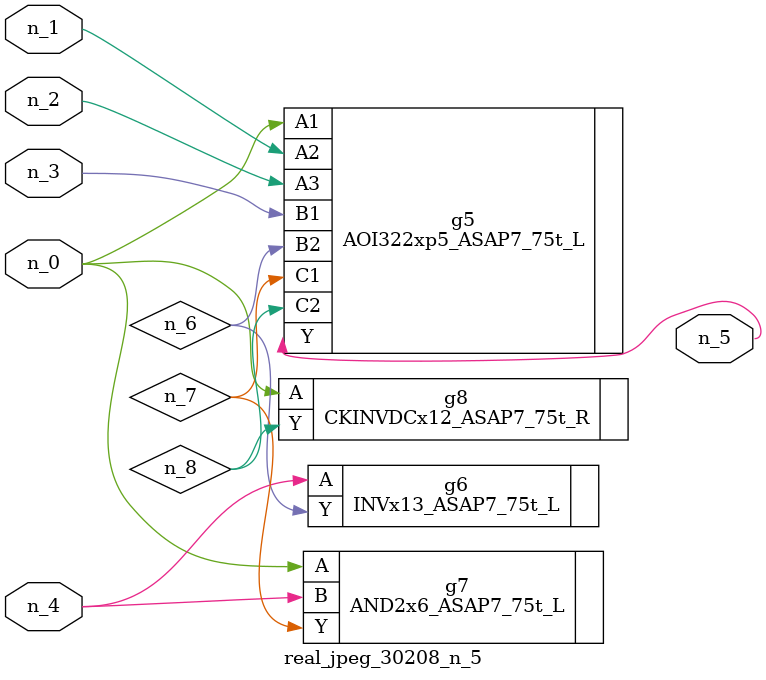
<source format=v>
module real_jpeg_30208_n_5 (n_4, n_0, n_1, n_2, n_3, n_5);

input n_4;
input n_0;
input n_1;
input n_2;
input n_3;

output n_5;

wire n_8;
wire n_6;
wire n_7;

AOI322xp5_ASAP7_75t_L g5 ( 
.A1(n_0),
.A2(n_1),
.A3(n_2),
.B1(n_3),
.B2(n_6),
.C1(n_7),
.C2(n_8),
.Y(n_5)
);

AND2x6_ASAP7_75t_L g7 ( 
.A(n_0),
.B(n_4),
.Y(n_7)
);

CKINVDCx12_ASAP7_75t_R g8 ( 
.A(n_0),
.Y(n_8)
);

INVx13_ASAP7_75t_L g6 ( 
.A(n_4),
.Y(n_6)
);


endmodule
</source>
